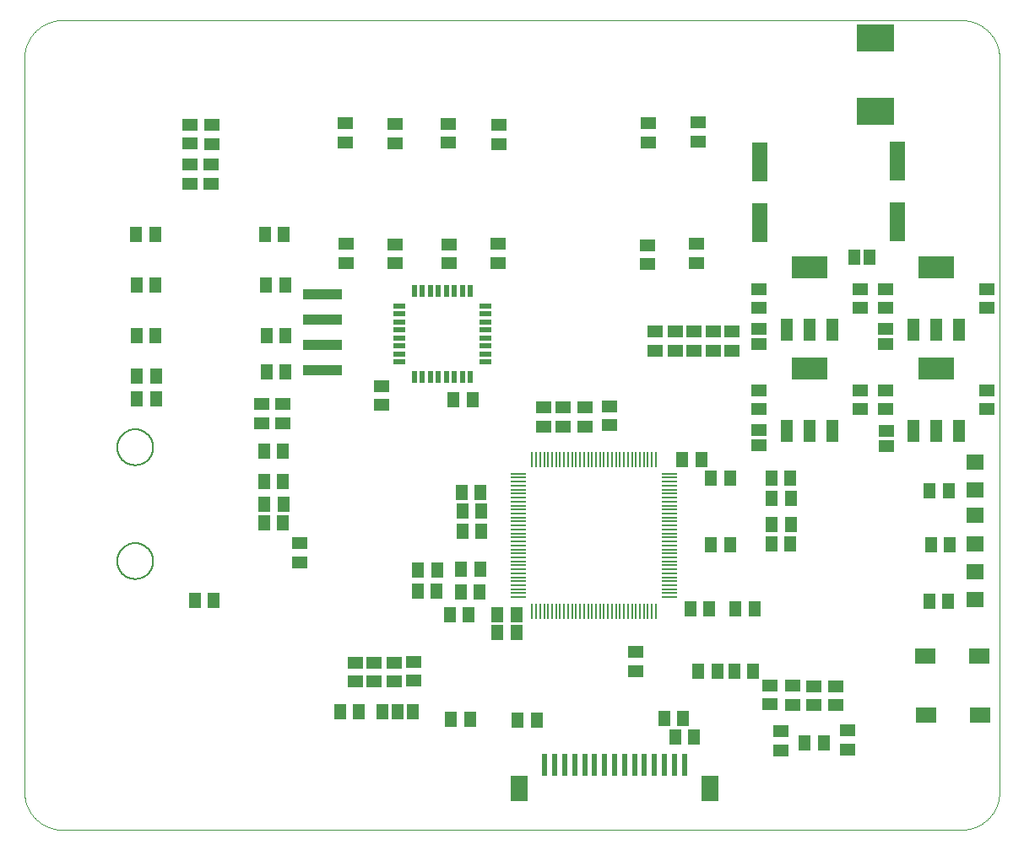
<source format=gtp>
G75*
%MOIN*%
%OFA0B0*%
%FSLAX25Y25*%
%IPPOS*%
%LPD*%
%AMOC8*
5,1,8,0,0,1.08239X$1,22.5*
%
%ADD10C,0.00000*%
%ADD11R,0.05906X0.05118*%
%ADD12R,0.05118X0.05906*%
%ADD13R,0.14961X0.11024*%
%ADD14R,0.07098X0.06299*%
%ADD15R,0.04800X0.08800*%
%ADD16R,0.14173X0.08661*%
%ADD17R,0.02362X0.08661*%
%ADD18R,0.07087X0.10236*%
%ADD19R,0.04600X0.06300*%
%ADD20R,0.06300X0.04600*%
%ADD21R,0.00787X0.06299*%
%ADD22R,0.06299X0.00787*%
%ADD23C,0.00500*%
%ADD24R,0.02200X0.05000*%
%ADD25R,0.05000X0.02200*%
%ADD26R,0.06299X0.15748*%
%ADD27R,0.07874X0.06299*%
%ADD28R,0.15748X0.03937*%
D10*
X0017225Y0002026D02*
X0372225Y0002026D01*
X0372587Y0002030D01*
X0372950Y0002044D01*
X0373312Y0002065D01*
X0373673Y0002096D01*
X0374033Y0002135D01*
X0374392Y0002183D01*
X0374750Y0002240D01*
X0375107Y0002305D01*
X0375462Y0002379D01*
X0375815Y0002462D01*
X0376166Y0002553D01*
X0376514Y0002652D01*
X0376860Y0002760D01*
X0377204Y0002876D01*
X0377544Y0003001D01*
X0377881Y0003133D01*
X0378215Y0003274D01*
X0378546Y0003423D01*
X0378873Y0003580D01*
X0379196Y0003744D01*
X0379515Y0003916D01*
X0379829Y0004096D01*
X0380140Y0004284D01*
X0380445Y0004479D01*
X0380746Y0004681D01*
X0381042Y0004891D01*
X0381332Y0005107D01*
X0381618Y0005331D01*
X0381898Y0005561D01*
X0382172Y0005798D01*
X0382440Y0006042D01*
X0382703Y0006292D01*
X0382959Y0006548D01*
X0383209Y0006811D01*
X0383453Y0007079D01*
X0383690Y0007353D01*
X0383920Y0007633D01*
X0384144Y0007919D01*
X0384360Y0008209D01*
X0384570Y0008505D01*
X0384772Y0008806D01*
X0384967Y0009111D01*
X0385155Y0009422D01*
X0385335Y0009736D01*
X0385507Y0010055D01*
X0385671Y0010378D01*
X0385828Y0010705D01*
X0385977Y0011036D01*
X0386118Y0011370D01*
X0386250Y0011707D01*
X0386375Y0012047D01*
X0386491Y0012391D01*
X0386599Y0012737D01*
X0386698Y0013085D01*
X0386789Y0013436D01*
X0386872Y0013789D01*
X0386946Y0014144D01*
X0387011Y0014501D01*
X0387068Y0014859D01*
X0387116Y0015218D01*
X0387155Y0015578D01*
X0387186Y0015939D01*
X0387207Y0016301D01*
X0387221Y0016664D01*
X0387225Y0017026D01*
X0387225Y0307026D01*
X0387221Y0307388D01*
X0387207Y0307751D01*
X0387186Y0308113D01*
X0387155Y0308474D01*
X0387116Y0308834D01*
X0387068Y0309193D01*
X0387011Y0309551D01*
X0386946Y0309908D01*
X0386872Y0310263D01*
X0386789Y0310616D01*
X0386698Y0310967D01*
X0386599Y0311315D01*
X0386491Y0311661D01*
X0386375Y0312005D01*
X0386250Y0312345D01*
X0386118Y0312682D01*
X0385977Y0313016D01*
X0385828Y0313347D01*
X0385671Y0313674D01*
X0385507Y0313997D01*
X0385335Y0314316D01*
X0385155Y0314630D01*
X0384967Y0314941D01*
X0384772Y0315246D01*
X0384570Y0315547D01*
X0384360Y0315843D01*
X0384144Y0316133D01*
X0383920Y0316419D01*
X0383690Y0316699D01*
X0383453Y0316973D01*
X0383209Y0317241D01*
X0382959Y0317504D01*
X0382703Y0317760D01*
X0382440Y0318010D01*
X0382172Y0318254D01*
X0381898Y0318491D01*
X0381618Y0318721D01*
X0381332Y0318945D01*
X0381042Y0319161D01*
X0380746Y0319371D01*
X0380445Y0319573D01*
X0380140Y0319768D01*
X0379829Y0319956D01*
X0379515Y0320136D01*
X0379196Y0320308D01*
X0378873Y0320472D01*
X0378546Y0320629D01*
X0378215Y0320778D01*
X0377881Y0320919D01*
X0377544Y0321051D01*
X0377204Y0321176D01*
X0376860Y0321292D01*
X0376514Y0321400D01*
X0376166Y0321499D01*
X0375815Y0321590D01*
X0375462Y0321673D01*
X0375107Y0321747D01*
X0374750Y0321812D01*
X0374392Y0321869D01*
X0374033Y0321917D01*
X0373673Y0321956D01*
X0373312Y0321987D01*
X0372950Y0322008D01*
X0372587Y0322022D01*
X0372225Y0322026D01*
X0017225Y0322026D01*
X0016863Y0322022D01*
X0016500Y0322008D01*
X0016138Y0321987D01*
X0015777Y0321956D01*
X0015417Y0321917D01*
X0015058Y0321869D01*
X0014700Y0321812D01*
X0014343Y0321747D01*
X0013988Y0321673D01*
X0013635Y0321590D01*
X0013284Y0321499D01*
X0012936Y0321400D01*
X0012590Y0321292D01*
X0012246Y0321176D01*
X0011906Y0321051D01*
X0011569Y0320919D01*
X0011235Y0320778D01*
X0010904Y0320629D01*
X0010577Y0320472D01*
X0010254Y0320308D01*
X0009935Y0320136D01*
X0009621Y0319956D01*
X0009310Y0319768D01*
X0009005Y0319573D01*
X0008704Y0319371D01*
X0008408Y0319161D01*
X0008118Y0318945D01*
X0007832Y0318721D01*
X0007552Y0318491D01*
X0007278Y0318254D01*
X0007010Y0318010D01*
X0006747Y0317760D01*
X0006491Y0317504D01*
X0006241Y0317241D01*
X0005997Y0316973D01*
X0005760Y0316699D01*
X0005530Y0316419D01*
X0005306Y0316133D01*
X0005090Y0315843D01*
X0004880Y0315547D01*
X0004678Y0315246D01*
X0004483Y0314941D01*
X0004295Y0314630D01*
X0004115Y0314316D01*
X0003943Y0313997D01*
X0003779Y0313674D01*
X0003622Y0313347D01*
X0003473Y0313016D01*
X0003332Y0312682D01*
X0003200Y0312345D01*
X0003075Y0312005D01*
X0002959Y0311661D01*
X0002851Y0311315D01*
X0002752Y0310967D01*
X0002661Y0310616D01*
X0002578Y0310263D01*
X0002504Y0309908D01*
X0002439Y0309551D01*
X0002382Y0309193D01*
X0002334Y0308834D01*
X0002295Y0308474D01*
X0002264Y0308113D01*
X0002243Y0307751D01*
X0002229Y0307388D01*
X0002225Y0307026D01*
X0002225Y0017026D01*
X0002229Y0016664D01*
X0002243Y0016301D01*
X0002264Y0015939D01*
X0002295Y0015578D01*
X0002334Y0015218D01*
X0002382Y0014859D01*
X0002439Y0014501D01*
X0002504Y0014144D01*
X0002578Y0013789D01*
X0002661Y0013436D01*
X0002752Y0013085D01*
X0002851Y0012737D01*
X0002959Y0012391D01*
X0003075Y0012047D01*
X0003200Y0011707D01*
X0003332Y0011370D01*
X0003473Y0011036D01*
X0003622Y0010705D01*
X0003779Y0010378D01*
X0003943Y0010055D01*
X0004115Y0009736D01*
X0004295Y0009422D01*
X0004483Y0009111D01*
X0004678Y0008806D01*
X0004880Y0008505D01*
X0005090Y0008209D01*
X0005306Y0007919D01*
X0005530Y0007633D01*
X0005760Y0007353D01*
X0005997Y0007079D01*
X0006241Y0006811D01*
X0006491Y0006548D01*
X0006747Y0006292D01*
X0007010Y0006042D01*
X0007278Y0005798D01*
X0007552Y0005561D01*
X0007832Y0005331D01*
X0008118Y0005107D01*
X0008408Y0004891D01*
X0008704Y0004681D01*
X0009005Y0004479D01*
X0009310Y0004284D01*
X0009621Y0004096D01*
X0009935Y0003916D01*
X0010254Y0003744D01*
X0010577Y0003580D01*
X0010904Y0003423D01*
X0011235Y0003274D01*
X0011569Y0003133D01*
X0011906Y0003001D01*
X0012246Y0002876D01*
X0012590Y0002760D01*
X0012936Y0002652D01*
X0013284Y0002553D01*
X0013635Y0002462D01*
X0013988Y0002379D01*
X0014343Y0002305D01*
X0014700Y0002240D01*
X0015058Y0002183D01*
X0015417Y0002135D01*
X0015777Y0002096D01*
X0016138Y0002065D01*
X0016500Y0002044D01*
X0016863Y0002030D01*
X0017225Y0002026D01*
D11*
X0132793Y0060539D03*
X0140239Y0060702D03*
X0148274Y0060633D03*
X0156093Y0060883D03*
X0156093Y0068364D03*
X0148274Y0068114D03*
X0140239Y0068182D03*
X0132793Y0068019D03*
X0111089Y0107842D03*
X0111089Y0115323D03*
X0104414Y0162741D03*
X0104414Y0170221D03*
X0095941Y0170209D03*
X0095941Y0162729D03*
X0143425Y0169965D03*
X0143425Y0177445D03*
X0148626Y0225941D03*
X0148626Y0233421D03*
X0129169Y0233594D03*
X0129169Y0226114D03*
X0169980Y0225889D03*
X0169980Y0233369D03*
X0189333Y0233596D03*
X0189333Y0226115D03*
X0189653Y0273111D03*
X0189653Y0280591D03*
X0169609Y0281020D03*
X0169609Y0273540D03*
X0148478Y0273428D03*
X0148478Y0280908D03*
X0128779Y0281228D03*
X0128779Y0273748D03*
X0076280Y0273125D03*
X0076280Y0280605D03*
X0067522Y0280721D03*
X0067522Y0273241D03*
X0067745Y0264945D03*
X0067745Y0257465D03*
X0076039Y0257384D03*
X0076039Y0264865D03*
X0207278Y0168974D03*
X0214921Y0168971D03*
X0223697Y0168976D03*
X0233148Y0169449D03*
X0233148Y0161968D03*
X0223697Y0161495D03*
X0214921Y0161491D03*
X0207278Y0161494D03*
X0251380Y0191443D03*
X0251380Y0198924D03*
X0259130Y0198990D03*
X0259130Y0191510D03*
X0266634Y0191475D03*
X0266634Y0198955D03*
X0274271Y0198867D03*
X0281746Y0198907D03*
X0281746Y0191427D03*
X0274271Y0191386D03*
X0292225Y0175766D03*
X0292225Y0168285D03*
X0332225Y0168285D03*
X0332225Y0175766D03*
X0342225Y0175766D03*
X0342225Y0168285D03*
X0382225Y0168285D03*
X0382225Y0175766D03*
X0382225Y0208285D03*
X0382225Y0215766D03*
X0342225Y0215766D03*
X0342225Y0208285D03*
X0332225Y0208285D03*
X0332225Y0215766D03*
X0292225Y0215766D03*
X0292225Y0208285D03*
X0267566Y0226140D03*
X0267566Y0233620D03*
X0248183Y0233066D03*
X0248183Y0225586D03*
X0248763Y0273834D03*
X0248763Y0281315D03*
X0268367Y0281556D03*
X0268367Y0274076D03*
X0243532Y0072269D03*
X0243532Y0064789D03*
X0296553Y0059008D03*
X0305577Y0058903D03*
X0313939Y0058854D03*
X0322502Y0058811D03*
X0322502Y0051331D03*
X0313939Y0051374D03*
X0305577Y0051422D03*
X0296553Y0051527D03*
X0300952Y0040972D03*
X0300952Y0033492D03*
X0327151Y0033846D03*
X0327151Y0041326D03*
D12*
X0317909Y0036493D03*
X0310429Y0036493D03*
X0289973Y0064804D03*
X0282493Y0064804D03*
X0275904Y0064829D03*
X0268424Y0064829D03*
X0262257Y0045908D03*
X0254776Y0045908D03*
X0259259Y0038789D03*
X0266739Y0038789D03*
X0265271Y0089412D03*
X0272752Y0089412D03*
X0283022Y0089348D03*
X0290502Y0089348D03*
X0297192Y0114958D03*
X0304672Y0114958D03*
X0304811Y0122592D03*
X0297330Y0122592D03*
X0297368Y0132885D03*
X0304849Y0132885D03*
X0304732Y0140877D03*
X0297252Y0140877D03*
X0280829Y0141078D03*
X0273349Y0141078D03*
X0269552Y0148392D03*
X0262072Y0148392D03*
X0273404Y0114853D03*
X0280884Y0114853D03*
X0360223Y0114805D03*
X0367704Y0114805D03*
X0367207Y0135888D03*
X0359726Y0135888D03*
X0359575Y0092316D03*
X0367055Y0092316D03*
X0204550Y0045461D03*
X0197070Y0045461D03*
X0178217Y0045632D03*
X0170737Y0045632D03*
X0134408Y0048751D03*
X0126928Y0048751D03*
X0170113Y0087121D03*
X0177594Y0087121D03*
X0174603Y0095959D03*
X0182083Y0095959D03*
X0182106Y0105031D03*
X0174626Y0105031D03*
X0165192Y0104820D03*
X0157711Y0104820D03*
X0157493Y0096411D03*
X0164974Y0096411D03*
X0188994Y0087161D03*
X0189051Y0079881D03*
X0196531Y0079881D03*
X0196475Y0087161D03*
X0182636Y0119947D03*
X0175156Y0119947D03*
X0175191Y0127872D03*
X0182671Y0127872D03*
X0182399Y0135394D03*
X0174918Y0135394D03*
X0171712Y0171912D03*
X0179193Y0171912D03*
X0105424Y0183111D03*
X0097944Y0183111D03*
X0097896Y0197318D03*
X0105376Y0197318D03*
X0105149Y0217337D03*
X0097668Y0217337D03*
X0097199Y0237492D03*
X0104679Y0237492D03*
X0053900Y0237452D03*
X0046420Y0237452D03*
X0046494Y0217224D03*
X0053974Y0217224D03*
X0054009Y0197392D03*
X0046529Y0197392D03*
X0046629Y0181429D03*
X0054110Y0181429D03*
X0054117Y0172249D03*
X0046637Y0172249D03*
X0096810Y0151600D03*
X0104290Y0151600D03*
X0104415Y0139525D03*
X0096934Y0139525D03*
X0096979Y0130757D03*
X0096923Y0123361D03*
X0104403Y0123361D03*
X0104459Y0130757D03*
X0076960Y0092739D03*
X0069480Y0092739D03*
D13*
X0338363Y0285892D03*
X0338363Y0315026D03*
D14*
X0377466Y0147521D03*
X0377466Y0136324D03*
X0377673Y0126302D03*
X0377673Y0115105D03*
X0377651Y0104172D03*
X0377651Y0092975D03*
D15*
X0371325Y0159826D03*
X0362225Y0159826D03*
X0353125Y0159826D03*
X0321325Y0159826D03*
X0312225Y0159826D03*
X0303125Y0159826D03*
X0303125Y0199826D03*
X0312225Y0199826D03*
X0321325Y0199826D03*
X0353125Y0199826D03*
X0362225Y0199826D03*
X0371325Y0199826D03*
D16*
X0362225Y0184226D03*
X0362225Y0224226D03*
X0312225Y0224226D03*
X0312225Y0184226D03*
D17*
X0262837Y0027825D03*
X0258900Y0027825D03*
X0254963Y0027825D03*
X0251026Y0027825D03*
X0247089Y0027825D03*
X0243152Y0027825D03*
X0239215Y0027825D03*
X0235278Y0027825D03*
X0231341Y0027825D03*
X0227404Y0027825D03*
X0223467Y0027825D03*
X0219530Y0027825D03*
X0215593Y0027825D03*
X0211656Y0027825D03*
X0207719Y0027825D03*
D18*
X0197482Y0018376D03*
X0273073Y0018376D03*
D19*
X0155756Y0048761D03*
X0149756Y0048761D03*
X0143756Y0048761D03*
X0329905Y0228469D03*
X0335905Y0228469D03*
D20*
X0342262Y0200020D03*
X0342262Y0194020D03*
X0342508Y0159630D03*
X0342508Y0153630D03*
X0292239Y0154188D03*
X0292239Y0160188D03*
X0292265Y0193895D03*
X0292265Y0199895D03*
D21*
X0251553Y0148281D03*
X0249978Y0148281D03*
X0248404Y0148281D03*
X0246829Y0148281D03*
X0245254Y0148281D03*
X0243679Y0148281D03*
X0242104Y0148281D03*
X0240530Y0148281D03*
X0238955Y0148281D03*
X0237380Y0148281D03*
X0235805Y0148281D03*
X0234230Y0148281D03*
X0232656Y0148281D03*
X0231081Y0148281D03*
X0229506Y0148281D03*
X0227931Y0148281D03*
X0226356Y0148281D03*
X0224782Y0148281D03*
X0223207Y0148281D03*
X0221632Y0148281D03*
X0220057Y0148281D03*
X0218482Y0148281D03*
X0216908Y0148281D03*
X0215333Y0148281D03*
X0213758Y0148281D03*
X0212183Y0148281D03*
X0210608Y0148281D03*
X0209034Y0148281D03*
X0207459Y0148281D03*
X0205884Y0148281D03*
X0204309Y0148281D03*
X0202734Y0148281D03*
X0202734Y0088439D03*
X0204309Y0088439D03*
X0205884Y0088439D03*
X0207459Y0088439D03*
X0209034Y0088439D03*
X0210608Y0088439D03*
X0212183Y0088439D03*
X0213758Y0088439D03*
X0215333Y0088439D03*
X0216908Y0088439D03*
X0218482Y0088439D03*
X0220057Y0088439D03*
X0221632Y0088439D03*
X0223207Y0088439D03*
X0224782Y0088439D03*
X0226356Y0088439D03*
X0227931Y0088439D03*
X0229506Y0088439D03*
X0231081Y0088439D03*
X0232656Y0088439D03*
X0234230Y0088439D03*
X0235805Y0088439D03*
X0237380Y0088439D03*
X0238955Y0088439D03*
X0240530Y0088439D03*
X0242104Y0088439D03*
X0243679Y0088439D03*
X0245254Y0088439D03*
X0246829Y0088439D03*
X0248404Y0088439D03*
X0249978Y0088439D03*
X0251553Y0088439D03*
D22*
X0257065Y0093951D03*
X0257065Y0095525D03*
X0257065Y0097100D03*
X0257065Y0098675D03*
X0257065Y0100250D03*
X0257065Y0101825D03*
X0257065Y0103399D03*
X0257065Y0104974D03*
X0257065Y0106549D03*
X0257065Y0108124D03*
X0257065Y0109699D03*
X0257065Y0111274D03*
X0257065Y0112848D03*
X0257065Y0114423D03*
X0257065Y0115998D03*
X0257065Y0117573D03*
X0257065Y0119148D03*
X0257065Y0120722D03*
X0257065Y0122297D03*
X0257065Y0123872D03*
X0257065Y0125447D03*
X0257065Y0127022D03*
X0257065Y0128596D03*
X0257065Y0130171D03*
X0257065Y0131746D03*
X0257065Y0133321D03*
X0257065Y0134896D03*
X0257065Y0136470D03*
X0257065Y0138045D03*
X0257065Y0139620D03*
X0257065Y0141195D03*
X0257065Y0142770D03*
X0197223Y0142770D03*
X0197223Y0141195D03*
X0197223Y0139620D03*
X0197223Y0138045D03*
X0197223Y0136470D03*
X0197223Y0134896D03*
X0197223Y0133321D03*
X0197223Y0131746D03*
X0197223Y0130171D03*
X0197223Y0128596D03*
X0197223Y0127022D03*
X0197223Y0125447D03*
X0197223Y0123872D03*
X0197223Y0122297D03*
X0197223Y0120722D03*
X0197223Y0119148D03*
X0197223Y0117573D03*
X0197223Y0115998D03*
X0197223Y0114423D03*
X0197223Y0112848D03*
X0197223Y0111274D03*
X0197223Y0109699D03*
X0197223Y0108124D03*
X0197223Y0106549D03*
X0197223Y0104974D03*
X0197223Y0103399D03*
X0197223Y0101825D03*
X0197223Y0100250D03*
X0197223Y0098675D03*
X0197223Y0097100D03*
X0197223Y0095525D03*
X0197223Y0093951D03*
D23*
X0038878Y0108266D02*
X0038880Y0108440D01*
X0038887Y0108614D01*
X0038897Y0108787D01*
X0038912Y0108961D01*
X0038931Y0109134D01*
X0038955Y0109306D01*
X0038982Y0109478D01*
X0039014Y0109649D01*
X0039050Y0109819D01*
X0039090Y0109988D01*
X0039135Y0110156D01*
X0039183Y0110323D01*
X0039236Y0110489D01*
X0039292Y0110654D01*
X0039353Y0110817D01*
X0039417Y0110978D01*
X0039486Y0111138D01*
X0039558Y0111296D01*
X0039635Y0111452D01*
X0039715Y0111607D01*
X0039799Y0111759D01*
X0039886Y0111909D01*
X0039978Y0112058D01*
X0040072Y0112203D01*
X0040171Y0112347D01*
X0040273Y0112488D01*
X0040378Y0112626D01*
X0040487Y0112762D01*
X0040599Y0112895D01*
X0040714Y0113025D01*
X0040832Y0113153D01*
X0040954Y0113277D01*
X0041078Y0113399D01*
X0041206Y0113517D01*
X0041336Y0113632D01*
X0041469Y0113744D01*
X0041605Y0113853D01*
X0041743Y0113958D01*
X0041884Y0114060D01*
X0042028Y0114159D01*
X0042173Y0114253D01*
X0042322Y0114345D01*
X0042472Y0114432D01*
X0042624Y0114516D01*
X0042779Y0114596D01*
X0042935Y0114673D01*
X0043093Y0114745D01*
X0043253Y0114814D01*
X0043414Y0114878D01*
X0043577Y0114939D01*
X0043742Y0114995D01*
X0043908Y0115048D01*
X0044075Y0115096D01*
X0044243Y0115141D01*
X0044412Y0115181D01*
X0044582Y0115217D01*
X0044753Y0115249D01*
X0044925Y0115276D01*
X0045097Y0115300D01*
X0045270Y0115319D01*
X0045444Y0115334D01*
X0045617Y0115344D01*
X0045791Y0115351D01*
X0045965Y0115353D01*
X0046139Y0115351D01*
X0046313Y0115344D01*
X0046486Y0115334D01*
X0046660Y0115319D01*
X0046833Y0115300D01*
X0047005Y0115276D01*
X0047177Y0115249D01*
X0047348Y0115217D01*
X0047518Y0115181D01*
X0047687Y0115141D01*
X0047855Y0115096D01*
X0048022Y0115048D01*
X0048188Y0114995D01*
X0048353Y0114939D01*
X0048516Y0114878D01*
X0048677Y0114814D01*
X0048837Y0114745D01*
X0048995Y0114673D01*
X0049151Y0114596D01*
X0049306Y0114516D01*
X0049458Y0114432D01*
X0049608Y0114345D01*
X0049757Y0114253D01*
X0049902Y0114159D01*
X0050046Y0114060D01*
X0050187Y0113958D01*
X0050325Y0113853D01*
X0050461Y0113744D01*
X0050594Y0113632D01*
X0050724Y0113517D01*
X0050852Y0113399D01*
X0050976Y0113277D01*
X0051098Y0113153D01*
X0051216Y0113025D01*
X0051331Y0112895D01*
X0051443Y0112762D01*
X0051552Y0112626D01*
X0051657Y0112488D01*
X0051759Y0112347D01*
X0051858Y0112203D01*
X0051952Y0112058D01*
X0052044Y0111909D01*
X0052131Y0111759D01*
X0052215Y0111607D01*
X0052295Y0111452D01*
X0052372Y0111296D01*
X0052444Y0111138D01*
X0052513Y0110978D01*
X0052577Y0110817D01*
X0052638Y0110654D01*
X0052694Y0110489D01*
X0052747Y0110323D01*
X0052795Y0110156D01*
X0052840Y0109988D01*
X0052880Y0109819D01*
X0052916Y0109649D01*
X0052948Y0109478D01*
X0052975Y0109306D01*
X0052999Y0109134D01*
X0053018Y0108961D01*
X0053033Y0108787D01*
X0053043Y0108614D01*
X0053050Y0108440D01*
X0053052Y0108266D01*
X0053050Y0108092D01*
X0053043Y0107918D01*
X0053033Y0107745D01*
X0053018Y0107571D01*
X0052999Y0107398D01*
X0052975Y0107226D01*
X0052948Y0107054D01*
X0052916Y0106883D01*
X0052880Y0106713D01*
X0052840Y0106544D01*
X0052795Y0106376D01*
X0052747Y0106209D01*
X0052694Y0106043D01*
X0052638Y0105878D01*
X0052577Y0105715D01*
X0052513Y0105554D01*
X0052444Y0105394D01*
X0052372Y0105236D01*
X0052295Y0105080D01*
X0052215Y0104925D01*
X0052131Y0104773D01*
X0052044Y0104623D01*
X0051952Y0104474D01*
X0051858Y0104329D01*
X0051759Y0104185D01*
X0051657Y0104044D01*
X0051552Y0103906D01*
X0051443Y0103770D01*
X0051331Y0103637D01*
X0051216Y0103507D01*
X0051098Y0103379D01*
X0050976Y0103255D01*
X0050852Y0103133D01*
X0050724Y0103015D01*
X0050594Y0102900D01*
X0050461Y0102788D01*
X0050325Y0102679D01*
X0050187Y0102574D01*
X0050046Y0102472D01*
X0049902Y0102373D01*
X0049757Y0102279D01*
X0049608Y0102187D01*
X0049458Y0102100D01*
X0049306Y0102016D01*
X0049151Y0101936D01*
X0048995Y0101859D01*
X0048837Y0101787D01*
X0048677Y0101718D01*
X0048516Y0101654D01*
X0048353Y0101593D01*
X0048188Y0101537D01*
X0048022Y0101484D01*
X0047855Y0101436D01*
X0047687Y0101391D01*
X0047518Y0101351D01*
X0047348Y0101315D01*
X0047177Y0101283D01*
X0047005Y0101256D01*
X0046833Y0101232D01*
X0046660Y0101213D01*
X0046486Y0101198D01*
X0046313Y0101188D01*
X0046139Y0101181D01*
X0045965Y0101179D01*
X0045791Y0101181D01*
X0045617Y0101188D01*
X0045444Y0101198D01*
X0045270Y0101213D01*
X0045097Y0101232D01*
X0044925Y0101256D01*
X0044753Y0101283D01*
X0044582Y0101315D01*
X0044412Y0101351D01*
X0044243Y0101391D01*
X0044075Y0101436D01*
X0043908Y0101484D01*
X0043742Y0101537D01*
X0043577Y0101593D01*
X0043414Y0101654D01*
X0043253Y0101718D01*
X0043093Y0101787D01*
X0042935Y0101859D01*
X0042779Y0101936D01*
X0042624Y0102016D01*
X0042472Y0102100D01*
X0042322Y0102187D01*
X0042173Y0102279D01*
X0042028Y0102373D01*
X0041884Y0102472D01*
X0041743Y0102574D01*
X0041605Y0102679D01*
X0041469Y0102788D01*
X0041336Y0102900D01*
X0041206Y0103015D01*
X0041078Y0103133D01*
X0040954Y0103255D01*
X0040832Y0103379D01*
X0040714Y0103507D01*
X0040599Y0103637D01*
X0040487Y0103770D01*
X0040378Y0103906D01*
X0040273Y0104044D01*
X0040171Y0104185D01*
X0040072Y0104329D01*
X0039978Y0104474D01*
X0039886Y0104623D01*
X0039799Y0104773D01*
X0039715Y0104925D01*
X0039635Y0105080D01*
X0039558Y0105236D01*
X0039486Y0105394D01*
X0039417Y0105554D01*
X0039353Y0105715D01*
X0039292Y0105878D01*
X0039236Y0106043D01*
X0039183Y0106209D01*
X0039135Y0106376D01*
X0039090Y0106544D01*
X0039050Y0106713D01*
X0039014Y0106883D01*
X0038982Y0107054D01*
X0038955Y0107226D01*
X0038931Y0107398D01*
X0038912Y0107571D01*
X0038897Y0107745D01*
X0038887Y0107918D01*
X0038880Y0108092D01*
X0038878Y0108266D01*
X0038878Y0153266D02*
X0038880Y0153440D01*
X0038887Y0153614D01*
X0038897Y0153787D01*
X0038912Y0153961D01*
X0038931Y0154134D01*
X0038955Y0154306D01*
X0038982Y0154478D01*
X0039014Y0154649D01*
X0039050Y0154819D01*
X0039090Y0154988D01*
X0039135Y0155156D01*
X0039183Y0155323D01*
X0039236Y0155489D01*
X0039292Y0155654D01*
X0039353Y0155817D01*
X0039417Y0155978D01*
X0039486Y0156138D01*
X0039558Y0156296D01*
X0039635Y0156452D01*
X0039715Y0156607D01*
X0039799Y0156759D01*
X0039886Y0156909D01*
X0039978Y0157058D01*
X0040072Y0157203D01*
X0040171Y0157347D01*
X0040273Y0157488D01*
X0040378Y0157626D01*
X0040487Y0157762D01*
X0040599Y0157895D01*
X0040714Y0158025D01*
X0040832Y0158153D01*
X0040954Y0158277D01*
X0041078Y0158399D01*
X0041206Y0158517D01*
X0041336Y0158632D01*
X0041469Y0158744D01*
X0041605Y0158853D01*
X0041743Y0158958D01*
X0041884Y0159060D01*
X0042028Y0159159D01*
X0042173Y0159253D01*
X0042322Y0159345D01*
X0042472Y0159432D01*
X0042624Y0159516D01*
X0042779Y0159596D01*
X0042935Y0159673D01*
X0043093Y0159745D01*
X0043253Y0159814D01*
X0043414Y0159878D01*
X0043577Y0159939D01*
X0043742Y0159995D01*
X0043908Y0160048D01*
X0044075Y0160096D01*
X0044243Y0160141D01*
X0044412Y0160181D01*
X0044582Y0160217D01*
X0044753Y0160249D01*
X0044925Y0160276D01*
X0045097Y0160300D01*
X0045270Y0160319D01*
X0045444Y0160334D01*
X0045617Y0160344D01*
X0045791Y0160351D01*
X0045965Y0160353D01*
X0046139Y0160351D01*
X0046313Y0160344D01*
X0046486Y0160334D01*
X0046660Y0160319D01*
X0046833Y0160300D01*
X0047005Y0160276D01*
X0047177Y0160249D01*
X0047348Y0160217D01*
X0047518Y0160181D01*
X0047687Y0160141D01*
X0047855Y0160096D01*
X0048022Y0160048D01*
X0048188Y0159995D01*
X0048353Y0159939D01*
X0048516Y0159878D01*
X0048677Y0159814D01*
X0048837Y0159745D01*
X0048995Y0159673D01*
X0049151Y0159596D01*
X0049306Y0159516D01*
X0049458Y0159432D01*
X0049608Y0159345D01*
X0049757Y0159253D01*
X0049902Y0159159D01*
X0050046Y0159060D01*
X0050187Y0158958D01*
X0050325Y0158853D01*
X0050461Y0158744D01*
X0050594Y0158632D01*
X0050724Y0158517D01*
X0050852Y0158399D01*
X0050976Y0158277D01*
X0051098Y0158153D01*
X0051216Y0158025D01*
X0051331Y0157895D01*
X0051443Y0157762D01*
X0051552Y0157626D01*
X0051657Y0157488D01*
X0051759Y0157347D01*
X0051858Y0157203D01*
X0051952Y0157058D01*
X0052044Y0156909D01*
X0052131Y0156759D01*
X0052215Y0156607D01*
X0052295Y0156452D01*
X0052372Y0156296D01*
X0052444Y0156138D01*
X0052513Y0155978D01*
X0052577Y0155817D01*
X0052638Y0155654D01*
X0052694Y0155489D01*
X0052747Y0155323D01*
X0052795Y0155156D01*
X0052840Y0154988D01*
X0052880Y0154819D01*
X0052916Y0154649D01*
X0052948Y0154478D01*
X0052975Y0154306D01*
X0052999Y0154134D01*
X0053018Y0153961D01*
X0053033Y0153787D01*
X0053043Y0153614D01*
X0053050Y0153440D01*
X0053052Y0153266D01*
X0053050Y0153092D01*
X0053043Y0152918D01*
X0053033Y0152745D01*
X0053018Y0152571D01*
X0052999Y0152398D01*
X0052975Y0152226D01*
X0052948Y0152054D01*
X0052916Y0151883D01*
X0052880Y0151713D01*
X0052840Y0151544D01*
X0052795Y0151376D01*
X0052747Y0151209D01*
X0052694Y0151043D01*
X0052638Y0150878D01*
X0052577Y0150715D01*
X0052513Y0150554D01*
X0052444Y0150394D01*
X0052372Y0150236D01*
X0052295Y0150080D01*
X0052215Y0149925D01*
X0052131Y0149773D01*
X0052044Y0149623D01*
X0051952Y0149474D01*
X0051858Y0149329D01*
X0051759Y0149185D01*
X0051657Y0149044D01*
X0051552Y0148906D01*
X0051443Y0148770D01*
X0051331Y0148637D01*
X0051216Y0148507D01*
X0051098Y0148379D01*
X0050976Y0148255D01*
X0050852Y0148133D01*
X0050724Y0148015D01*
X0050594Y0147900D01*
X0050461Y0147788D01*
X0050325Y0147679D01*
X0050187Y0147574D01*
X0050046Y0147472D01*
X0049902Y0147373D01*
X0049757Y0147279D01*
X0049608Y0147187D01*
X0049458Y0147100D01*
X0049306Y0147016D01*
X0049151Y0146936D01*
X0048995Y0146859D01*
X0048837Y0146787D01*
X0048677Y0146718D01*
X0048516Y0146654D01*
X0048353Y0146593D01*
X0048188Y0146537D01*
X0048022Y0146484D01*
X0047855Y0146436D01*
X0047687Y0146391D01*
X0047518Y0146351D01*
X0047348Y0146315D01*
X0047177Y0146283D01*
X0047005Y0146256D01*
X0046833Y0146232D01*
X0046660Y0146213D01*
X0046486Y0146198D01*
X0046313Y0146188D01*
X0046139Y0146181D01*
X0045965Y0146179D01*
X0045791Y0146181D01*
X0045617Y0146188D01*
X0045444Y0146198D01*
X0045270Y0146213D01*
X0045097Y0146232D01*
X0044925Y0146256D01*
X0044753Y0146283D01*
X0044582Y0146315D01*
X0044412Y0146351D01*
X0044243Y0146391D01*
X0044075Y0146436D01*
X0043908Y0146484D01*
X0043742Y0146537D01*
X0043577Y0146593D01*
X0043414Y0146654D01*
X0043253Y0146718D01*
X0043093Y0146787D01*
X0042935Y0146859D01*
X0042779Y0146936D01*
X0042624Y0147016D01*
X0042472Y0147100D01*
X0042322Y0147187D01*
X0042173Y0147279D01*
X0042028Y0147373D01*
X0041884Y0147472D01*
X0041743Y0147574D01*
X0041605Y0147679D01*
X0041469Y0147788D01*
X0041336Y0147900D01*
X0041206Y0148015D01*
X0041078Y0148133D01*
X0040954Y0148255D01*
X0040832Y0148379D01*
X0040714Y0148507D01*
X0040599Y0148637D01*
X0040487Y0148770D01*
X0040378Y0148906D01*
X0040273Y0149044D01*
X0040171Y0149185D01*
X0040072Y0149329D01*
X0039978Y0149474D01*
X0039886Y0149623D01*
X0039799Y0149773D01*
X0039715Y0149925D01*
X0039635Y0150080D01*
X0039558Y0150236D01*
X0039486Y0150394D01*
X0039417Y0150554D01*
X0039353Y0150715D01*
X0039292Y0150878D01*
X0039236Y0151043D01*
X0039183Y0151209D01*
X0039135Y0151376D01*
X0039090Y0151544D01*
X0039050Y0151713D01*
X0039014Y0151883D01*
X0038982Y0152054D01*
X0038955Y0152226D01*
X0038931Y0152398D01*
X0038912Y0152571D01*
X0038897Y0152745D01*
X0038887Y0152918D01*
X0038880Y0153092D01*
X0038878Y0153266D01*
D24*
X0156235Y0181105D03*
X0159384Y0181105D03*
X0162534Y0181105D03*
X0165683Y0181105D03*
X0168833Y0181105D03*
X0171983Y0181105D03*
X0175132Y0181105D03*
X0178282Y0181105D03*
X0178282Y0214905D03*
X0175132Y0214905D03*
X0171983Y0214905D03*
X0168833Y0214905D03*
X0165683Y0214905D03*
X0162534Y0214905D03*
X0159384Y0214905D03*
X0156235Y0214905D03*
D25*
X0150358Y0209028D03*
X0150358Y0205879D03*
X0150358Y0202729D03*
X0150358Y0199579D03*
X0150358Y0196430D03*
X0150358Y0193280D03*
X0150358Y0190131D03*
X0150358Y0186981D03*
X0184158Y0186981D03*
X0184158Y0190131D03*
X0184158Y0193280D03*
X0184158Y0196430D03*
X0184158Y0199579D03*
X0184158Y0202729D03*
X0184158Y0205879D03*
X0184158Y0209028D03*
D26*
X0292710Y0242006D03*
X0292710Y0266022D03*
X0346841Y0266407D03*
X0346841Y0242391D03*
D27*
X0358006Y0070703D03*
X0379266Y0070703D03*
X0379484Y0047422D03*
X0358224Y0047422D03*
D28*
X0119963Y0183840D03*
X0119963Y0193840D03*
X0119963Y0203840D03*
X0119963Y0213840D03*
M02*

</source>
